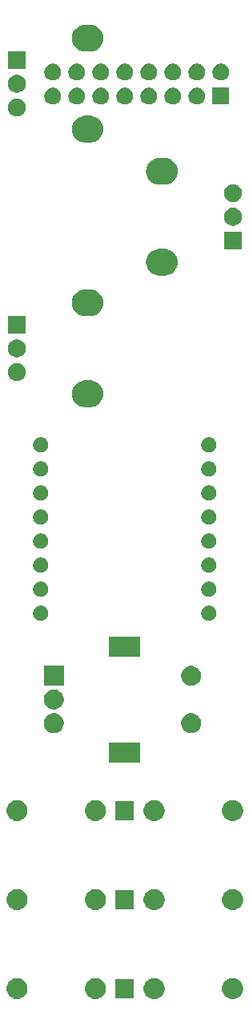
<source format=gbr>
G04 #@! TF.GenerationSoftware,KiCad,Pcbnew,(5.1.5)-3*
G04 #@! TF.CreationDate,2020-03-27T15:51:16+00:00*
G04 #@! TF.ProjectId,wagyu,77616779-752e-46b6-9963-61645f706362,rev?*
G04 #@! TF.SameCoordinates,Original*
G04 #@! TF.FileFunction,Soldermask,Top*
G04 #@! TF.FilePolarity,Negative*
%FSLAX46Y46*%
G04 Gerber Fmt 4.6, Leading zero omitted, Abs format (unit mm)*
G04 Created by KiCad (PCBNEW (5.1.5)-3) date 2020-03-27 15:51:16*
%MOMM*%
%LPD*%
G04 APERTURE LIST*
%ADD10C,0.100000*%
G04 APERTURE END LIST*
D10*
G36*
X49753655Y-126166591D02*
G01*
X49825525Y-126180887D01*
X50028624Y-126265013D01*
X50211409Y-126387146D01*
X50366854Y-126542591D01*
X50488987Y-126725376D01*
X50573113Y-126928475D01*
X50616000Y-127144084D01*
X50616000Y-127363916D01*
X50573113Y-127579525D01*
X50488987Y-127782624D01*
X50366854Y-127965409D01*
X50211409Y-128120854D01*
X50028624Y-128242987D01*
X49825525Y-128327113D01*
X49753655Y-128341409D01*
X49609918Y-128370000D01*
X49390082Y-128370000D01*
X49246345Y-128341409D01*
X49174475Y-128327113D01*
X48971376Y-128242987D01*
X48788591Y-128120854D01*
X48633146Y-127965409D01*
X48511013Y-127782624D01*
X48426887Y-127579525D01*
X48384000Y-127363916D01*
X48384000Y-127144084D01*
X48426887Y-126928475D01*
X48511013Y-126725376D01*
X48633146Y-126542591D01*
X48788591Y-126387146D01*
X48971376Y-126265013D01*
X49174475Y-126180887D01*
X49246345Y-126166591D01*
X49390082Y-126138000D01*
X49609918Y-126138000D01*
X49753655Y-126166591D01*
G37*
G36*
X41453655Y-126166591D02*
G01*
X41525525Y-126180887D01*
X41728624Y-126265013D01*
X41911409Y-126387146D01*
X42066854Y-126542591D01*
X42188987Y-126725376D01*
X42273113Y-126928475D01*
X42316000Y-127144084D01*
X42316000Y-127363916D01*
X42273113Y-127579525D01*
X42188987Y-127782624D01*
X42066854Y-127965409D01*
X41911409Y-128120854D01*
X41728624Y-128242987D01*
X41525525Y-128327113D01*
X41453655Y-128341409D01*
X41309918Y-128370000D01*
X41090082Y-128370000D01*
X40946345Y-128341409D01*
X40874475Y-128327113D01*
X40671376Y-128242987D01*
X40488591Y-128120854D01*
X40333146Y-127965409D01*
X40211013Y-127782624D01*
X40126887Y-127579525D01*
X40084000Y-127363916D01*
X40084000Y-127144084D01*
X40126887Y-126928475D01*
X40211013Y-126725376D01*
X40333146Y-126542591D01*
X40488591Y-126387146D01*
X40671376Y-126265013D01*
X40874475Y-126180887D01*
X40946345Y-126166591D01*
X41090082Y-126138000D01*
X41309918Y-126138000D01*
X41453655Y-126166591D01*
G37*
G36*
X35253655Y-126166591D02*
G01*
X35325525Y-126180887D01*
X35528624Y-126265013D01*
X35711409Y-126387146D01*
X35866854Y-126542591D01*
X35988987Y-126725376D01*
X36073113Y-126928475D01*
X36116000Y-127144084D01*
X36116000Y-127363916D01*
X36073113Y-127579525D01*
X35988987Y-127782624D01*
X35866854Y-127965409D01*
X35711409Y-128120854D01*
X35528624Y-128242987D01*
X35325525Y-128327113D01*
X35253655Y-128341409D01*
X35109918Y-128370000D01*
X34890082Y-128370000D01*
X34746345Y-128341409D01*
X34674475Y-128327113D01*
X34471376Y-128242987D01*
X34288591Y-128120854D01*
X34133146Y-127965409D01*
X34011013Y-127782624D01*
X33926887Y-127579525D01*
X33884000Y-127363916D01*
X33884000Y-127144084D01*
X33926887Y-126928475D01*
X34011013Y-126725376D01*
X34133146Y-126542591D01*
X34288591Y-126387146D01*
X34471376Y-126265013D01*
X34674475Y-126180887D01*
X34746345Y-126166591D01*
X34890082Y-126138000D01*
X35109918Y-126138000D01*
X35253655Y-126166591D01*
G37*
G36*
X26953655Y-126166591D02*
G01*
X27025525Y-126180887D01*
X27228624Y-126265013D01*
X27411409Y-126387146D01*
X27566854Y-126542591D01*
X27688987Y-126725376D01*
X27773113Y-126928475D01*
X27816000Y-127144084D01*
X27816000Y-127363916D01*
X27773113Y-127579525D01*
X27688987Y-127782624D01*
X27566854Y-127965409D01*
X27411409Y-128120854D01*
X27228624Y-128242987D01*
X27025525Y-128327113D01*
X26953655Y-128341409D01*
X26809918Y-128370000D01*
X26590082Y-128370000D01*
X26446345Y-128341409D01*
X26374475Y-128327113D01*
X26171376Y-128242987D01*
X25988591Y-128120854D01*
X25833146Y-127965409D01*
X25711013Y-127782624D01*
X25626887Y-127579525D01*
X25584000Y-127363916D01*
X25584000Y-127144084D01*
X25626887Y-126928475D01*
X25711013Y-126725376D01*
X25833146Y-126542591D01*
X25988591Y-126387146D01*
X26171376Y-126265013D01*
X26374475Y-126180887D01*
X26446345Y-126166591D01*
X26590082Y-126138000D01*
X26809918Y-126138000D01*
X26953655Y-126166591D01*
G37*
G36*
X39066000Y-128270000D02*
G01*
X37134000Y-128270000D01*
X37134000Y-126238000D01*
X39066000Y-126238000D01*
X39066000Y-128270000D01*
G37*
G36*
X35253655Y-116768591D02*
G01*
X35325525Y-116782887D01*
X35528624Y-116867013D01*
X35711409Y-116989146D01*
X35866854Y-117144591D01*
X35988987Y-117327376D01*
X36073113Y-117530475D01*
X36116000Y-117746084D01*
X36116000Y-117965916D01*
X36073113Y-118181525D01*
X35988987Y-118384624D01*
X35866854Y-118567409D01*
X35711409Y-118722854D01*
X35528624Y-118844987D01*
X35325525Y-118929113D01*
X35253655Y-118943409D01*
X35109918Y-118972000D01*
X34890082Y-118972000D01*
X34746345Y-118943409D01*
X34674475Y-118929113D01*
X34471376Y-118844987D01*
X34288591Y-118722854D01*
X34133146Y-118567409D01*
X34011013Y-118384624D01*
X33926887Y-118181525D01*
X33884000Y-117965916D01*
X33884000Y-117746084D01*
X33926887Y-117530475D01*
X34011013Y-117327376D01*
X34133146Y-117144591D01*
X34288591Y-116989146D01*
X34471376Y-116867013D01*
X34674475Y-116782887D01*
X34746345Y-116768591D01*
X34890082Y-116740000D01*
X35109918Y-116740000D01*
X35253655Y-116768591D01*
G37*
G36*
X49753655Y-116768591D02*
G01*
X49825525Y-116782887D01*
X50028624Y-116867013D01*
X50211409Y-116989146D01*
X50366854Y-117144591D01*
X50488987Y-117327376D01*
X50573113Y-117530475D01*
X50616000Y-117746084D01*
X50616000Y-117965916D01*
X50573113Y-118181525D01*
X50488987Y-118384624D01*
X50366854Y-118567409D01*
X50211409Y-118722854D01*
X50028624Y-118844987D01*
X49825525Y-118929113D01*
X49753655Y-118943409D01*
X49609918Y-118972000D01*
X49390082Y-118972000D01*
X49246345Y-118943409D01*
X49174475Y-118929113D01*
X48971376Y-118844987D01*
X48788591Y-118722854D01*
X48633146Y-118567409D01*
X48511013Y-118384624D01*
X48426887Y-118181525D01*
X48384000Y-117965916D01*
X48384000Y-117746084D01*
X48426887Y-117530475D01*
X48511013Y-117327376D01*
X48633146Y-117144591D01*
X48788591Y-116989146D01*
X48971376Y-116867013D01*
X49174475Y-116782887D01*
X49246345Y-116768591D01*
X49390082Y-116740000D01*
X49609918Y-116740000D01*
X49753655Y-116768591D01*
G37*
G36*
X41453655Y-116768591D02*
G01*
X41525525Y-116782887D01*
X41728624Y-116867013D01*
X41911409Y-116989146D01*
X42066854Y-117144591D01*
X42188987Y-117327376D01*
X42273113Y-117530475D01*
X42316000Y-117746084D01*
X42316000Y-117965916D01*
X42273113Y-118181525D01*
X42188987Y-118384624D01*
X42066854Y-118567409D01*
X41911409Y-118722854D01*
X41728624Y-118844987D01*
X41525525Y-118929113D01*
X41453655Y-118943409D01*
X41309918Y-118972000D01*
X41090082Y-118972000D01*
X40946345Y-118943409D01*
X40874475Y-118929113D01*
X40671376Y-118844987D01*
X40488591Y-118722854D01*
X40333146Y-118567409D01*
X40211013Y-118384624D01*
X40126887Y-118181525D01*
X40084000Y-117965916D01*
X40084000Y-117746084D01*
X40126887Y-117530475D01*
X40211013Y-117327376D01*
X40333146Y-117144591D01*
X40488591Y-116989146D01*
X40671376Y-116867013D01*
X40874475Y-116782887D01*
X40946345Y-116768591D01*
X41090082Y-116740000D01*
X41309918Y-116740000D01*
X41453655Y-116768591D01*
G37*
G36*
X26953655Y-116768591D02*
G01*
X27025525Y-116782887D01*
X27228624Y-116867013D01*
X27411409Y-116989146D01*
X27566854Y-117144591D01*
X27688987Y-117327376D01*
X27773113Y-117530475D01*
X27816000Y-117746084D01*
X27816000Y-117965916D01*
X27773113Y-118181525D01*
X27688987Y-118384624D01*
X27566854Y-118567409D01*
X27411409Y-118722854D01*
X27228624Y-118844987D01*
X27025525Y-118929113D01*
X26953655Y-118943409D01*
X26809918Y-118972000D01*
X26590082Y-118972000D01*
X26446345Y-118943409D01*
X26374475Y-118929113D01*
X26171376Y-118844987D01*
X25988591Y-118722854D01*
X25833146Y-118567409D01*
X25711013Y-118384624D01*
X25626887Y-118181525D01*
X25584000Y-117965916D01*
X25584000Y-117746084D01*
X25626887Y-117530475D01*
X25711013Y-117327376D01*
X25833146Y-117144591D01*
X25988591Y-116989146D01*
X26171376Y-116867013D01*
X26374475Y-116782887D01*
X26446345Y-116768591D01*
X26590082Y-116740000D01*
X26809918Y-116740000D01*
X26953655Y-116768591D01*
G37*
G36*
X39066000Y-118872000D02*
G01*
X37134000Y-118872000D01*
X37134000Y-116840000D01*
X39066000Y-116840000D01*
X39066000Y-118872000D01*
G37*
G36*
X49753655Y-107370591D02*
G01*
X49825525Y-107384887D01*
X50028624Y-107469013D01*
X50211409Y-107591146D01*
X50366854Y-107746591D01*
X50488987Y-107929376D01*
X50573113Y-108132475D01*
X50616000Y-108348084D01*
X50616000Y-108567916D01*
X50573113Y-108783525D01*
X50488987Y-108986624D01*
X50366854Y-109169409D01*
X50211409Y-109324854D01*
X50028624Y-109446987D01*
X49825525Y-109531113D01*
X49753655Y-109545409D01*
X49609918Y-109574000D01*
X49390082Y-109574000D01*
X49246345Y-109545409D01*
X49174475Y-109531113D01*
X48971376Y-109446987D01*
X48788591Y-109324854D01*
X48633146Y-109169409D01*
X48511013Y-108986624D01*
X48426887Y-108783525D01*
X48384000Y-108567916D01*
X48384000Y-108348084D01*
X48426887Y-108132475D01*
X48511013Y-107929376D01*
X48633146Y-107746591D01*
X48788591Y-107591146D01*
X48971376Y-107469013D01*
X49174475Y-107384887D01*
X49246345Y-107370591D01*
X49390082Y-107342000D01*
X49609918Y-107342000D01*
X49753655Y-107370591D01*
G37*
G36*
X41453655Y-107370591D02*
G01*
X41525525Y-107384887D01*
X41728624Y-107469013D01*
X41911409Y-107591146D01*
X42066854Y-107746591D01*
X42188987Y-107929376D01*
X42273113Y-108132475D01*
X42316000Y-108348084D01*
X42316000Y-108567916D01*
X42273113Y-108783525D01*
X42188987Y-108986624D01*
X42066854Y-109169409D01*
X41911409Y-109324854D01*
X41728624Y-109446987D01*
X41525525Y-109531113D01*
X41453655Y-109545409D01*
X41309918Y-109574000D01*
X41090082Y-109574000D01*
X40946345Y-109545409D01*
X40874475Y-109531113D01*
X40671376Y-109446987D01*
X40488591Y-109324854D01*
X40333146Y-109169409D01*
X40211013Y-108986624D01*
X40126887Y-108783525D01*
X40084000Y-108567916D01*
X40084000Y-108348084D01*
X40126887Y-108132475D01*
X40211013Y-107929376D01*
X40333146Y-107746591D01*
X40488591Y-107591146D01*
X40671376Y-107469013D01*
X40874475Y-107384887D01*
X40946345Y-107370591D01*
X41090082Y-107342000D01*
X41309918Y-107342000D01*
X41453655Y-107370591D01*
G37*
G36*
X26953655Y-107370591D02*
G01*
X27025525Y-107384887D01*
X27228624Y-107469013D01*
X27411409Y-107591146D01*
X27566854Y-107746591D01*
X27688987Y-107929376D01*
X27773113Y-108132475D01*
X27816000Y-108348084D01*
X27816000Y-108567916D01*
X27773113Y-108783525D01*
X27688987Y-108986624D01*
X27566854Y-109169409D01*
X27411409Y-109324854D01*
X27228624Y-109446987D01*
X27025525Y-109531113D01*
X26953655Y-109545409D01*
X26809918Y-109574000D01*
X26590082Y-109574000D01*
X26446345Y-109545409D01*
X26374475Y-109531113D01*
X26171376Y-109446987D01*
X25988591Y-109324854D01*
X25833146Y-109169409D01*
X25711013Y-108986624D01*
X25626887Y-108783525D01*
X25584000Y-108567916D01*
X25584000Y-108348084D01*
X25626887Y-108132475D01*
X25711013Y-107929376D01*
X25833146Y-107746591D01*
X25988591Y-107591146D01*
X26171376Y-107469013D01*
X26374475Y-107384887D01*
X26446345Y-107370591D01*
X26590082Y-107342000D01*
X26809918Y-107342000D01*
X26953655Y-107370591D01*
G37*
G36*
X35253655Y-107370591D02*
G01*
X35325525Y-107384887D01*
X35528624Y-107469013D01*
X35711409Y-107591146D01*
X35866854Y-107746591D01*
X35988987Y-107929376D01*
X36073113Y-108132475D01*
X36116000Y-108348084D01*
X36116000Y-108567916D01*
X36073113Y-108783525D01*
X35988987Y-108986624D01*
X35866854Y-109169409D01*
X35711409Y-109324854D01*
X35528624Y-109446987D01*
X35325525Y-109531113D01*
X35253655Y-109545409D01*
X35109918Y-109574000D01*
X34890082Y-109574000D01*
X34746345Y-109545409D01*
X34674475Y-109531113D01*
X34471376Y-109446987D01*
X34288591Y-109324854D01*
X34133146Y-109169409D01*
X34011013Y-108986624D01*
X33926887Y-108783525D01*
X33884000Y-108567916D01*
X33884000Y-108348084D01*
X33926887Y-108132475D01*
X34011013Y-107929376D01*
X34133146Y-107746591D01*
X34288591Y-107591146D01*
X34471376Y-107469013D01*
X34674475Y-107384887D01*
X34746345Y-107370591D01*
X34890082Y-107342000D01*
X35109918Y-107342000D01*
X35253655Y-107370591D01*
G37*
G36*
X39066000Y-109474000D02*
G01*
X37134000Y-109474000D01*
X37134000Y-107442000D01*
X39066000Y-107442000D01*
X39066000Y-109474000D01*
G37*
G36*
X39758000Y-103385000D02*
G01*
X36456000Y-103385000D01*
X36456000Y-101283000D01*
X39758000Y-101283000D01*
X39758000Y-103385000D01*
G37*
G36*
X45413564Y-98223389D02*
G01*
X45604833Y-98302615D01*
X45604835Y-98302616D01*
X45776973Y-98417635D01*
X45923365Y-98564027D01*
X46038385Y-98736167D01*
X46117611Y-98927436D01*
X46158000Y-99130484D01*
X46158000Y-99337516D01*
X46117611Y-99540564D01*
X46038385Y-99731833D01*
X46038384Y-99731835D01*
X45923365Y-99903973D01*
X45776973Y-100050365D01*
X45604835Y-100165384D01*
X45604834Y-100165385D01*
X45604833Y-100165385D01*
X45413564Y-100244611D01*
X45210516Y-100285000D01*
X45003484Y-100285000D01*
X44800436Y-100244611D01*
X44609167Y-100165385D01*
X44609166Y-100165385D01*
X44609165Y-100165384D01*
X44437027Y-100050365D01*
X44290635Y-99903973D01*
X44175616Y-99731835D01*
X44175615Y-99731833D01*
X44096389Y-99540564D01*
X44056000Y-99337516D01*
X44056000Y-99130484D01*
X44096389Y-98927436D01*
X44175615Y-98736167D01*
X44290635Y-98564027D01*
X44437027Y-98417635D01*
X44609165Y-98302616D01*
X44609167Y-98302615D01*
X44800436Y-98223389D01*
X45003484Y-98183000D01*
X45210516Y-98183000D01*
X45413564Y-98223389D01*
G37*
G36*
X30913564Y-98223389D02*
G01*
X31104833Y-98302615D01*
X31104835Y-98302616D01*
X31276973Y-98417635D01*
X31423365Y-98564027D01*
X31538385Y-98736167D01*
X31617611Y-98927436D01*
X31658000Y-99130484D01*
X31658000Y-99337516D01*
X31617611Y-99540564D01*
X31538385Y-99731833D01*
X31538384Y-99731835D01*
X31423365Y-99903973D01*
X31276973Y-100050365D01*
X31104835Y-100165384D01*
X31104834Y-100165385D01*
X31104833Y-100165385D01*
X30913564Y-100244611D01*
X30710516Y-100285000D01*
X30503484Y-100285000D01*
X30300436Y-100244611D01*
X30109167Y-100165385D01*
X30109166Y-100165385D01*
X30109165Y-100165384D01*
X29937027Y-100050365D01*
X29790635Y-99903973D01*
X29675616Y-99731835D01*
X29675615Y-99731833D01*
X29596389Y-99540564D01*
X29556000Y-99337516D01*
X29556000Y-99130484D01*
X29596389Y-98927436D01*
X29675615Y-98736167D01*
X29790635Y-98564027D01*
X29937027Y-98417635D01*
X30109165Y-98302616D01*
X30109167Y-98302615D01*
X30300436Y-98223389D01*
X30503484Y-98183000D01*
X30710516Y-98183000D01*
X30913564Y-98223389D01*
G37*
G36*
X30913564Y-95723389D02*
G01*
X31104833Y-95802615D01*
X31104835Y-95802616D01*
X31276973Y-95917635D01*
X31423365Y-96064027D01*
X31538385Y-96236167D01*
X31617611Y-96427436D01*
X31658000Y-96630484D01*
X31658000Y-96837516D01*
X31617611Y-97040564D01*
X31538385Y-97231833D01*
X31538384Y-97231835D01*
X31423365Y-97403973D01*
X31276973Y-97550365D01*
X31104835Y-97665384D01*
X31104834Y-97665385D01*
X31104833Y-97665385D01*
X30913564Y-97744611D01*
X30710516Y-97785000D01*
X30503484Y-97785000D01*
X30300436Y-97744611D01*
X30109167Y-97665385D01*
X30109166Y-97665385D01*
X30109165Y-97665384D01*
X29937027Y-97550365D01*
X29790635Y-97403973D01*
X29675616Y-97231835D01*
X29675615Y-97231833D01*
X29596389Y-97040564D01*
X29556000Y-96837516D01*
X29556000Y-96630484D01*
X29596389Y-96427436D01*
X29675615Y-96236167D01*
X29790635Y-96064027D01*
X29937027Y-95917635D01*
X30109165Y-95802616D01*
X30109167Y-95802615D01*
X30300436Y-95723389D01*
X30503484Y-95683000D01*
X30710516Y-95683000D01*
X30913564Y-95723389D01*
G37*
G36*
X31658000Y-95285000D02*
G01*
X29556000Y-95285000D01*
X29556000Y-93183000D01*
X31658000Y-93183000D01*
X31658000Y-95285000D01*
G37*
G36*
X45413564Y-93223389D02*
G01*
X45604833Y-93302615D01*
X45604835Y-93302616D01*
X45776973Y-93417635D01*
X45923365Y-93564027D01*
X46038385Y-93736167D01*
X46117611Y-93927436D01*
X46158000Y-94130484D01*
X46158000Y-94337516D01*
X46117611Y-94540564D01*
X46038385Y-94731833D01*
X46038384Y-94731835D01*
X45923365Y-94903973D01*
X45776973Y-95050365D01*
X45604835Y-95165384D01*
X45604834Y-95165385D01*
X45604833Y-95165385D01*
X45413564Y-95244611D01*
X45210516Y-95285000D01*
X45003484Y-95285000D01*
X44800436Y-95244611D01*
X44609167Y-95165385D01*
X44609166Y-95165385D01*
X44609165Y-95165384D01*
X44437027Y-95050365D01*
X44290635Y-94903973D01*
X44175616Y-94731835D01*
X44175615Y-94731833D01*
X44096389Y-94540564D01*
X44056000Y-94337516D01*
X44056000Y-94130484D01*
X44096389Y-93927436D01*
X44175615Y-93736167D01*
X44290635Y-93564027D01*
X44437027Y-93417635D01*
X44609165Y-93302616D01*
X44609167Y-93302615D01*
X44800436Y-93223389D01*
X45003484Y-93183000D01*
X45210516Y-93183000D01*
X45413564Y-93223389D01*
G37*
G36*
X39758000Y-92185000D02*
G01*
X36456000Y-92185000D01*
X36456000Y-90083000D01*
X39758000Y-90083000D01*
X39758000Y-92185000D01*
G37*
G36*
X47227142Y-86848242D02*
G01*
X47375101Y-86909529D01*
X47508255Y-86998499D01*
X47621501Y-87111745D01*
X47710471Y-87244899D01*
X47771758Y-87392858D01*
X47803000Y-87549925D01*
X47803000Y-87710075D01*
X47771758Y-87867142D01*
X47710471Y-88015101D01*
X47621501Y-88148255D01*
X47508255Y-88261501D01*
X47375101Y-88350471D01*
X47227142Y-88411758D01*
X47070075Y-88443000D01*
X46909925Y-88443000D01*
X46752858Y-88411758D01*
X46604899Y-88350471D01*
X46471745Y-88261501D01*
X46358499Y-88148255D01*
X46269529Y-88015101D01*
X46208242Y-87867142D01*
X46177000Y-87710075D01*
X46177000Y-87549925D01*
X46208242Y-87392858D01*
X46269529Y-87244899D01*
X46358499Y-87111745D01*
X46471745Y-86998499D01*
X46604899Y-86909529D01*
X46752858Y-86848242D01*
X46909925Y-86817000D01*
X47070075Y-86817000D01*
X47227142Y-86848242D01*
G37*
G36*
X29447142Y-86848242D02*
G01*
X29595101Y-86909529D01*
X29728255Y-86998499D01*
X29841501Y-87111745D01*
X29930471Y-87244899D01*
X29991758Y-87392858D01*
X30023000Y-87549925D01*
X30023000Y-87710075D01*
X29991758Y-87867142D01*
X29930471Y-88015101D01*
X29841501Y-88148255D01*
X29728255Y-88261501D01*
X29595101Y-88350471D01*
X29447142Y-88411758D01*
X29290075Y-88443000D01*
X29129925Y-88443000D01*
X28972858Y-88411758D01*
X28824899Y-88350471D01*
X28691745Y-88261501D01*
X28578499Y-88148255D01*
X28489529Y-88015101D01*
X28428242Y-87867142D01*
X28397000Y-87710075D01*
X28397000Y-87549925D01*
X28428242Y-87392858D01*
X28489529Y-87244899D01*
X28578499Y-87111745D01*
X28691745Y-86998499D01*
X28824899Y-86909529D01*
X28972858Y-86848242D01*
X29129925Y-86817000D01*
X29290075Y-86817000D01*
X29447142Y-86848242D01*
G37*
G36*
X47227142Y-84308242D02*
G01*
X47375101Y-84369529D01*
X47508255Y-84458499D01*
X47621501Y-84571745D01*
X47710471Y-84704899D01*
X47771758Y-84852858D01*
X47803000Y-85009925D01*
X47803000Y-85170075D01*
X47771758Y-85327142D01*
X47710471Y-85475101D01*
X47621501Y-85608255D01*
X47508255Y-85721501D01*
X47375101Y-85810471D01*
X47227142Y-85871758D01*
X47070075Y-85903000D01*
X46909925Y-85903000D01*
X46752858Y-85871758D01*
X46604899Y-85810471D01*
X46471745Y-85721501D01*
X46358499Y-85608255D01*
X46269529Y-85475101D01*
X46208242Y-85327142D01*
X46177000Y-85170075D01*
X46177000Y-85009925D01*
X46208242Y-84852858D01*
X46269529Y-84704899D01*
X46358499Y-84571745D01*
X46471745Y-84458499D01*
X46604899Y-84369529D01*
X46752858Y-84308242D01*
X46909925Y-84277000D01*
X47070075Y-84277000D01*
X47227142Y-84308242D01*
G37*
G36*
X29447142Y-84308242D02*
G01*
X29595101Y-84369529D01*
X29728255Y-84458499D01*
X29841501Y-84571745D01*
X29930471Y-84704899D01*
X29991758Y-84852858D01*
X30023000Y-85009925D01*
X30023000Y-85170075D01*
X29991758Y-85327142D01*
X29930471Y-85475101D01*
X29841501Y-85608255D01*
X29728255Y-85721501D01*
X29595101Y-85810471D01*
X29447142Y-85871758D01*
X29290075Y-85903000D01*
X29129925Y-85903000D01*
X28972858Y-85871758D01*
X28824899Y-85810471D01*
X28691745Y-85721501D01*
X28578499Y-85608255D01*
X28489529Y-85475101D01*
X28428242Y-85327142D01*
X28397000Y-85170075D01*
X28397000Y-85009925D01*
X28428242Y-84852858D01*
X28489529Y-84704899D01*
X28578499Y-84571745D01*
X28691745Y-84458499D01*
X28824899Y-84369529D01*
X28972858Y-84308242D01*
X29129925Y-84277000D01*
X29290075Y-84277000D01*
X29447142Y-84308242D01*
G37*
G36*
X29447142Y-81768242D02*
G01*
X29595101Y-81829529D01*
X29728255Y-81918499D01*
X29841501Y-82031745D01*
X29930471Y-82164899D01*
X29991758Y-82312858D01*
X30023000Y-82469925D01*
X30023000Y-82630075D01*
X29991758Y-82787142D01*
X29930471Y-82935101D01*
X29841501Y-83068255D01*
X29728255Y-83181501D01*
X29595101Y-83270471D01*
X29447142Y-83331758D01*
X29290075Y-83363000D01*
X29129925Y-83363000D01*
X28972858Y-83331758D01*
X28824899Y-83270471D01*
X28691745Y-83181501D01*
X28578499Y-83068255D01*
X28489529Y-82935101D01*
X28428242Y-82787142D01*
X28397000Y-82630075D01*
X28397000Y-82469925D01*
X28428242Y-82312858D01*
X28489529Y-82164899D01*
X28578499Y-82031745D01*
X28691745Y-81918499D01*
X28824899Y-81829529D01*
X28972858Y-81768242D01*
X29129925Y-81737000D01*
X29290075Y-81737000D01*
X29447142Y-81768242D01*
G37*
G36*
X47227142Y-81768242D02*
G01*
X47375101Y-81829529D01*
X47508255Y-81918499D01*
X47621501Y-82031745D01*
X47710471Y-82164899D01*
X47771758Y-82312858D01*
X47803000Y-82469925D01*
X47803000Y-82630075D01*
X47771758Y-82787142D01*
X47710471Y-82935101D01*
X47621501Y-83068255D01*
X47508255Y-83181501D01*
X47375101Y-83270471D01*
X47227142Y-83331758D01*
X47070075Y-83363000D01*
X46909925Y-83363000D01*
X46752858Y-83331758D01*
X46604899Y-83270471D01*
X46471745Y-83181501D01*
X46358499Y-83068255D01*
X46269529Y-82935101D01*
X46208242Y-82787142D01*
X46177000Y-82630075D01*
X46177000Y-82469925D01*
X46208242Y-82312858D01*
X46269529Y-82164899D01*
X46358499Y-82031745D01*
X46471745Y-81918499D01*
X46604899Y-81829529D01*
X46752858Y-81768242D01*
X46909925Y-81737000D01*
X47070075Y-81737000D01*
X47227142Y-81768242D01*
G37*
G36*
X47227142Y-79228242D02*
G01*
X47375101Y-79289529D01*
X47508255Y-79378499D01*
X47621501Y-79491745D01*
X47710471Y-79624899D01*
X47771758Y-79772858D01*
X47803000Y-79929925D01*
X47803000Y-80090075D01*
X47771758Y-80247142D01*
X47710471Y-80395101D01*
X47621501Y-80528255D01*
X47508255Y-80641501D01*
X47375101Y-80730471D01*
X47227142Y-80791758D01*
X47070075Y-80823000D01*
X46909925Y-80823000D01*
X46752858Y-80791758D01*
X46604899Y-80730471D01*
X46471745Y-80641501D01*
X46358499Y-80528255D01*
X46269529Y-80395101D01*
X46208242Y-80247142D01*
X46177000Y-80090075D01*
X46177000Y-79929925D01*
X46208242Y-79772858D01*
X46269529Y-79624899D01*
X46358499Y-79491745D01*
X46471745Y-79378499D01*
X46604899Y-79289529D01*
X46752858Y-79228242D01*
X46909925Y-79197000D01*
X47070075Y-79197000D01*
X47227142Y-79228242D01*
G37*
G36*
X29447142Y-79228242D02*
G01*
X29595101Y-79289529D01*
X29728255Y-79378499D01*
X29841501Y-79491745D01*
X29930471Y-79624899D01*
X29991758Y-79772858D01*
X30023000Y-79929925D01*
X30023000Y-80090075D01*
X29991758Y-80247142D01*
X29930471Y-80395101D01*
X29841501Y-80528255D01*
X29728255Y-80641501D01*
X29595101Y-80730471D01*
X29447142Y-80791758D01*
X29290075Y-80823000D01*
X29129925Y-80823000D01*
X28972858Y-80791758D01*
X28824899Y-80730471D01*
X28691745Y-80641501D01*
X28578499Y-80528255D01*
X28489529Y-80395101D01*
X28428242Y-80247142D01*
X28397000Y-80090075D01*
X28397000Y-79929925D01*
X28428242Y-79772858D01*
X28489529Y-79624899D01*
X28578499Y-79491745D01*
X28691745Y-79378499D01*
X28824899Y-79289529D01*
X28972858Y-79228242D01*
X29129925Y-79197000D01*
X29290075Y-79197000D01*
X29447142Y-79228242D01*
G37*
G36*
X47227142Y-76688242D02*
G01*
X47375101Y-76749529D01*
X47508255Y-76838499D01*
X47621501Y-76951745D01*
X47710471Y-77084899D01*
X47771758Y-77232858D01*
X47803000Y-77389925D01*
X47803000Y-77550075D01*
X47771758Y-77707142D01*
X47710471Y-77855101D01*
X47621501Y-77988255D01*
X47508255Y-78101501D01*
X47375101Y-78190471D01*
X47227142Y-78251758D01*
X47070075Y-78283000D01*
X46909925Y-78283000D01*
X46752858Y-78251758D01*
X46604899Y-78190471D01*
X46471745Y-78101501D01*
X46358499Y-77988255D01*
X46269529Y-77855101D01*
X46208242Y-77707142D01*
X46177000Y-77550075D01*
X46177000Y-77389925D01*
X46208242Y-77232858D01*
X46269529Y-77084899D01*
X46358499Y-76951745D01*
X46471745Y-76838499D01*
X46604899Y-76749529D01*
X46752858Y-76688242D01*
X46909925Y-76657000D01*
X47070075Y-76657000D01*
X47227142Y-76688242D01*
G37*
G36*
X29447142Y-76688242D02*
G01*
X29595101Y-76749529D01*
X29728255Y-76838499D01*
X29841501Y-76951745D01*
X29930471Y-77084899D01*
X29991758Y-77232858D01*
X30023000Y-77389925D01*
X30023000Y-77550075D01*
X29991758Y-77707142D01*
X29930471Y-77855101D01*
X29841501Y-77988255D01*
X29728255Y-78101501D01*
X29595101Y-78190471D01*
X29447142Y-78251758D01*
X29290075Y-78283000D01*
X29129925Y-78283000D01*
X28972858Y-78251758D01*
X28824899Y-78190471D01*
X28691745Y-78101501D01*
X28578499Y-77988255D01*
X28489529Y-77855101D01*
X28428242Y-77707142D01*
X28397000Y-77550075D01*
X28397000Y-77389925D01*
X28428242Y-77232858D01*
X28489529Y-77084899D01*
X28578499Y-76951745D01*
X28691745Y-76838499D01*
X28824899Y-76749529D01*
X28972858Y-76688242D01*
X29129925Y-76657000D01*
X29290075Y-76657000D01*
X29447142Y-76688242D01*
G37*
G36*
X47227142Y-74148242D02*
G01*
X47375101Y-74209529D01*
X47508255Y-74298499D01*
X47621501Y-74411745D01*
X47710471Y-74544899D01*
X47771758Y-74692858D01*
X47803000Y-74849925D01*
X47803000Y-75010075D01*
X47771758Y-75167142D01*
X47710471Y-75315101D01*
X47621501Y-75448255D01*
X47508255Y-75561501D01*
X47375101Y-75650471D01*
X47227142Y-75711758D01*
X47070075Y-75743000D01*
X46909925Y-75743000D01*
X46752858Y-75711758D01*
X46604899Y-75650471D01*
X46471745Y-75561501D01*
X46358499Y-75448255D01*
X46269529Y-75315101D01*
X46208242Y-75167142D01*
X46177000Y-75010075D01*
X46177000Y-74849925D01*
X46208242Y-74692858D01*
X46269529Y-74544899D01*
X46358499Y-74411745D01*
X46471745Y-74298499D01*
X46604899Y-74209529D01*
X46752858Y-74148242D01*
X46909925Y-74117000D01*
X47070075Y-74117000D01*
X47227142Y-74148242D01*
G37*
G36*
X29447142Y-74148242D02*
G01*
X29595101Y-74209529D01*
X29728255Y-74298499D01*
X29841501Y-74411745D01*
X29930471Y-74544899D01*
X29991758Y-74692858D01*
X30023000Y-74849925D01*
X30023000Y-75010075D01*
X29991758Y-75167142D01*
X29930471Y-75315101D01*
X29841501Y-75448255D01*
X29728255Y-75561501D01*
X29595101Y-75650471D01*
X29447142Y-75711758D01*
X29290075Y-75743000D01*
X29129925Y-75743000D01*
X28972858Y-75711758D01*
X28824899Y-75650471D01*
X28691745Y-75561501D01*
X28578499Y-75448255D01*
X28489529Y-75315101D01*
X28428242Y-75167142D01*
X28397000Y-75010075D01*
X28397000Y-74849925D01*
X28428242Y-74692858D01*
X28489529Y-74544899D01*
X28578499Y-74411745D01*
X28691745Y-74298499D01*
X28824899Y-74209529D01*
X28972858Y-74148242D01*
X29129925Y-74117000D01*
X29290075Y-74117000D01*
X29447142Y-74148242D01*
G37*
G36*
X29447142Y-71608242D02*
G01*
X29595101Y-71669529D01*
X29728255Y-71758499D01*
X29841501Y-71871745D01*
X29930471Y-72004899D01*
X29991758Y-72152858D01*
X30023000Y-72309925D01*
X30023000Y-72470075D01*
X29991758Y-72627142D01*
X29930471Y-72775101D01*
X29841501Y-72908255D01*
X29728255Y-73021501D01*
X29595101Y-73110471D01*
X29447142Y-73171758D01*
X29290075Y-73203000D01*
X29129925Y-73203000D01*
X28972858Y-73171758D01*
X28824899Y-73110471D01*
X28691745Y-73021501D01*
X28578499Y-72908255D01*
X28489529Y-72775101D01*
X28428242Y-72627142D01*
X28397000Y-72470075D01*
X28397000Y-72309925D01*
X28428242Y-72152858D01*
X28489529Y-72004899D01*
X28578499Y-71871745D01*
X28691745Y-71758499D01*
X28824899Y-71669529D01*
X28972858Y-71608242D01*
X29129925Y-71577000D01*
X29290075Y-71577000D01*
X29447142Y-71608242D01*
G37*
G36*
X47227142Y-71608242D02*
G01*
X47375101Y-71669529D01*
X47508255Y-71758499D01*
X47621501Y-71871745D01*
X47710471Y-72004899D01*
X47771758Y-72152858D01*
X47803000Y-72309925D01*
X47803000Y-72470075D01*
X47771758Y-72627142D01*
X47710471Y-72775101D01*
X47621501Y-72908255D01*
X47508255Y-73021501D01*
X47375101Y-73110471D01*
X47227142Y-73171758D01*
X47070075Y-73203000D01*
X46909925Y-73203000D01*
X46752858Y-73171758D01*
X46604899Y-73110471D01*
X46471745Y-73021501D01*
X46358499Y-72908255D01*
X46269529Y-72775101D01*
X46208242Y-72627142D01*
X46177000Y-72470075D01*
X46177000Y-72309925D01*
X46208242Y-72152858D01*
X46269529Y-72004899D01*
X46358499Y-71871745D01*
X46471745Y-71758499D01*
X46604899Y-71669529D01*
X46752858Y-71608242D01*
X46909925Y-71577000D01*
X47070075Y-71577000D01*
X47227142Y-71608242D01*
G37*
G36*
X29447142Y-69068242D02*
G01*
X29595101Y-69129529D01*
X29728255Y-69218499D01*
X29841501Y-69331745D01*
X29930471Y-69464899D01*
X29991758Y-69612858D01*
X30023000Y-69769925D01*
X30023000Y-69930075D01*
X29991758Y-70087142D01*
X29930471Y-70235101D01*
X29841501Y-70368255D01*
X29728255Y-70481501D01*
X29595101Y-70570471D01*
X29447142Y-70631758D01*
X29290075Y-70663000D01*
X29129925Y-70663000D01*
X28972858Y-70631758D01*
X28824899Y-70570471D01*
X28691745Y-70481501D01*
X28578499Y-70368255D01*
X28489529Y-70235101D01*
X28428242Y-70087142D01*
X28397000Y-69930075D01*
X28397000Y-69769925D01*
X28428242Y-69612858D01*
X28489529Y-69464899D01*
X28578499Y-69331745D01*
X28691745Y-69218499D01*
X28824899Y-69129529D01*
X28972858Y-69068242D01*
X29129925Y-69037000D01*
X29290075Y-69037000D01*
X29447142Y-69068242D01*
G37*
G36*
X47227142Y-69068242D02*
G01*
X47375101Y-69129529D01*
X47508255Y-69218499D01*
X47621501Y-69331745D01*
X47710471Y-69464899D01*
X47771758Y-69612858D01*
X47803000Y-69769925D01*
X47803000Y-69930075D01*
X47771758Y-70087142D01*
X47710471Y-70235101D01*
X47621501Y-70368255D01*
X47508255Y-70481501D01*
X47375101Y-70570471D01*
X47227142Y-70631758D01*
X47070075Y-70663000D01*
X46909925Y-70663000D01*
X46752858Y-70631758D01*
X46604899Y-70570471D01*
X46471745Y-70481501D01*
X46358499Y-70368255D01*
X46269529Y-70235101D01*
X46208242Y-70087142D01*
X46177000Y-69930075D01*
X46177000Y-69769925D01*
X46208242Y-69612858D01*
X46269529Y-69464899D01*
X46358499Y-69331745D01*
X46471745Y-69218499D01*
X46604899Y-69129529D01*
X46752858Y-69068242D01*
X46909925Y-69037000D01*
X47070075Y-69037000D01*
X47227142Y-69068242D01*
G37*
G36*
X34568412Y-63045805D02*
G01*
X34706604Y-63059416D01*
X34972579Y-63140099D01*
X34972581Y-63140100D01*
X35217701Y-63271119D01*
X35432556Y-63447444D01*
X35608880Y-63662298D01*
X35739901Y-63907421D01*
X35820584Y-64173396D01*
X35847827Y-64450000D01*
X35820584Y-64726604D01*
X35739901Y-64992579D01*
X35739900Y-64992581D01*
X35608881Y-65237701D01*
X35432556Y-65452556D01*
X35217701Y-65628881D01*
X34972581Y-65759900D01*
X34972579Y-65759901D01*
X34706604Y-65840584D01*
X34568412Y-65854195D01*
X34499317Y-65861000D01*
X33840683Y-65861000D01*
X33771588Y-65854195D01*
X33633396Y-65840584D01*
X33367421Y-65759901D01*
X33367419Y-65759900D01*
X33122299Y-65628881D01*
X32907444Y-65452556D01*
X32731119Y-65237701D01*
X32600100Y-64992581D01*
X32600099Y-64992579D01*
X32519416Y-64726604D01*
X32492173Y-64450000D01*
X32519416Y-64173396D01*
X32600099Y-63907421D01*
X32731120Y-63662298D01*
X32907444Y-63447444D01*
X33122299Y-63271119D01*
X33367419Y-63140100D01*
X33367421Y-63140099D01*
X33633396Y-63059416D01*
X33771588Y-63045805D01*
X33840683Y-63039000D01*
X34499317Y-63039000D01*
X34568412Y-63045805D01*
G37*
G36*
X26947395Y-61235546D02*
G01*
X27120466Y-61307234D01*
X27120467Y-61307235D01*
X27276227Y-61411310D01*
X27408690Y-61543773D01*
X27408691Y-61543775D01*
X27512766Y-61699534D01*
X27584454Y-61872605D01*
X27621000Y-62056333D01*
X27621000Y-62243667D01*
X27584454Y-62427395D01*
X27512766Y-62600466D01*
X27512765Y-62600467D01*
X27408690Y-62756227D01*
X27276227Y-62888690D01*
X27197818Y-62941081D01*
X27120466Y-62992766D01*
X26947395Y-63064454D01*
X26763667Y-63101000D01*
X26576333Y-63101000D01*
X26392605Y-63064454D01*
X26219534Y-62992766D01*
X26142182Y-62941081D01*
X26063773Y-62888690D01*
X25931310Y-62756227D01*
X25827235Y-62600467D01*
X25827234Y-62600466D01*
X25755546Y-62427395D01*
X25719000Y-62243667D01*
X25719000Y-62056333D01*
X25755546Y-61872605D01*
X25827234Y-61699534D01*
X25931309Y-61543775D01*
X25931310Y-61543773D01*
X26063773Y-61411310D01*
X26219533Y-61307235D01*
X26219534Y-61307234D01*
X26392605Y-61235546D01*
X26576333Y-61199000D01*
X26763667Y-61199000D01*
X26947395Y-61235546D01*
G37*
G36*
X26947395Y-58735546D02*
G01*
X27120466Y-58807234D01*
X27120467Y-58807235D01*
X27276227Y-58911310D01*
X27408690Y-59043773D01*
X27408691Y-59043775D01*
X27512766Y-59199534D01*
X27584454Y-59372605D01*
X27621000Y-59556333D01*
X27621000Y-59743667D01*
X27584454Y-59927395D01*
X27512766Y-60100466D01*
X27512765Y-60100467D01*
X27408690Y-60256227D01*
X27276227Y-60388690D01*
X27197818Y-60441081D01*
X27120466Y-60492766D01*
X26947395Y-60564454D01*
X26763667Y-60601000D01*
X26576333Y-60601000D01*
X26392605Y-60564454D01*
X26219534Y-60492766D01*
X26142182Y-60441081D01*
X26063773Y-60388690D01*
X25931310Y-60256227D01*
X25827235Y-60100467D01*
X25827234Y-60100466D01*
X25755546Y-59927395D01*
X25719000Y-59743667D01*
X25719000Y-59556333D01*
X25755546Y-59372605D01*
X25827234Y-59199534D01*
X25931309Y-59043775D01*
X25931310Y-59043773D01*
X26063773Y-58911310D01*
X26219533Y-58807235D01*
X26219534Y-58807234D01*
X26392605Y-58735546D01*
X26576333Y-58699000D01*
X26763667Y-58699000D01*
X26947395Y-58735546D01*
G37*
G36*
X27621000Y-58101000D02*
G01*
X25719000Y-58101000D01*
X25719000Y-56199000D01*
X27621000Y-56199000D01*
X27621000Y-58101000D01*
G37*
G36*
X34568412Y-53445805D02*
G01*
X34706604Y-53459416D01*
X34972579Y-53540099D01*
X34972581Y-53540100D01*
X35217701Y-53671119D01*
X35432556Y-53847444D01*
X35608880Y-54062298D01*
X35739901Y-54307421D01*
X35820584Y-54573396D01*
X35847827Y-54850000D01*
X35820584Y-55126604D01*
X35739901Y-55392579D01*
X35739900Y-55392581D01*
X35608881Y-55637701D01*
X35432556Y-55852556D01*
X35217701Y-56028881D01*
X34972581Y-56159900D01*
X34972579Y-56159901D01*
X34706604Y-56240584D01*
X34568412Y-56254195D01*
X34499317Y-56261000D01*
X33840683Y-56261000D01*
X33771588Y-56254195D01*
X33633396Y-56240584D01*
X33367421Y-56159901D01*
X33367419Y-56159900D01*
X33122299Y-56028881D01*
X32907444Y-55852556D01*
X32731119Y-55637701D01*
X32600100Y-55392581D01*
X32600099Y-55392579D01*
X32519416Y-55126604D01*
X32492173Y-54850000D01*
X32519416Y-54573396D01*
X32600099Y-54307421D01*
X32731120Y-54062298D01*
X32907444Y-53847444D01*
X33122299Y-53671119D01*
X33367419Y-53540100D01*
X33367421Y-53540099D01*
X33633396Y-53459416D01*
X33771588Y-53445805D01*
X33840683Y-53439000D01*
X34499317Y-53439000D01*
X34568412Y-53445805D01*
G37*
G36*
X42428412Y-49155805D02*
G01*
X42566604Y-49169416D01*
X42832579Y-49250099D01*
X42832581Y-49250100D01*
X43077701Y-49381119D01*
X43292556Y-49557444D01*
X43468880Y-49772298D01*
X43599901Y-50017421D01*
X43680584Y-50283396D01*
X43707827Y-50560000D01*
X43680584Y-50836604D01*
X43599901Y-51102579D01*
X43599900Y-51102581D01*
X43468881Y-51347701D01*
X43292556Y-51562556D01*
X43077701Y-51738881D01*
X42832581Y-51869900D01*
X42832579Y-51869901D01*
X42566604Y-51950584D01*
X42428412Y-51964195D01*
X42359317Y-51971000D01*
X41700683Y-51971000D01*
X41631588Y-51964195D01*
X41493396Y-51950584D01*
X41227421Y-51869901D01*
X41227419Y-51869900D01*
X40982299Y-51738881D01*
X40767444Y-51562556D01*
X40591119Y-51347701D01*
X40460100Y-51102581D01*
X40460099Y-51102579D01*
X40379416Y-50836604D01*
X40352173Y-50560000D01*
X40379416Y-50283396D01*
X40460099Y-50017421D01*
X40591120Y-49772298D01*
X40767444Y-49557444D01*
X40982299Y-49381119D01*
X41227419Y-49250100D01*
X41227421Y-49250099D01*
X41493396Y-49169416D01*
X41631588Y-49155805D01*
X41700683Y-49149000D01*
X42359317Y-49149000D01*
X42428412Y-49155805D01*
G37*
G36*
X50481000Y-49211000D02*
G01*
X48579000Y-49211000D01*
X48579000Y-47309000D01*
X50481000Y-47309000D01*
X50481000Y-49211000D01*
G37*
G36*
X49807395Y-44845546D02*
G01*
X49980466Y-44917234D01*
X49980467Y-44917235D01*
X50136227Y-45021310D01*
X50268690Y-45153773D01*
X50268691Y-45153775D01*
X50372766Y-45309534D01*
X50444454Y-45482605D01*
X50481000Y-45666333D01*
X50481000Y-45853667D01*
X50444454Y-46037395D01*
X50372766Y-46210466D01*
X50372765Y-46210467D01*
X50268690Y-46366227D01*
X50136227Y-46498690D01*
X50057818Y-46551081D01*
X49980466Y-46602766D01*
X49807395Y-46674454D01*
X49623667Y-46711000D01*
X49436333Y-46711000D01*
X49252605Y-46674454D01*
X49079534Y-46602766D01*
X49002182Y-46551081D01*
X48923773Y-46498690D01*
X48791310Y-46366227D01*
X48687235Y-46210467D01*
X48687234Y-46210466D01*
X48615546Y-46037395D01*
X48579000Y-45853667D01*
X48579000Y-45666333D01*
X48615546Y-45482605D01*
X48687234Y-45309534D01*
X48791309Y-45153775D01*
X48791310Y-45153773D01*
X48923773Y-45021310D01*
X49079533Y-44917235D01*
X49079534Y-44917234D01*
X49252605Y-44845546D01*
X49436333Y-44809000D01*
X49623667Y-44809000D01*
X49807395Y-44845546D01*
G37*
G36*
X49807395Y-42345546D02*
G01*
X49980466Y-42417234D01*
X49980467Y-42417235D01*
X50136227Y-42521310D01*
X50268690Y-42653773D01*
X50268691Y-42653775D01*
X50372766Y-42809534D01*
X50444454Y-42982605D01*
X50481000Y-43166333D01*
X50481000Y-43353667D01*
X50444454Y-43537395D01*
X50372766Y-43710466D01*
X50372765Y-43710467D01*
X50268690Y-43866227D01*
X50136227Y-43998690D01*
X50057818Y-44051081D01*
X49980466Y-44102766D01*
X49807395Y-44174454D01*
X49623667Y-44211000D01*
X49436333Y-44211000D01*
X49252605Y-44174454D01*
X49079534Y-44102766D01*
X49002182Y-44051081D01*
X48923773Y-43998690D01*
X48791310Y-43866227D01*
X48687235Y-43710467D01*
X48687234Y-43710466D01*
X48615546Y-43537395D01*
X48579000Y-43353667D01*
X48579000Y-43166333D01*
X48615546Y-42982605D01*
X48687234Y-42809534D01*
X48791309Y-42653775D01*
X48791310Y-42653773D01*
X48923773Y-42521310D01*
X49079533Y-42417235D01*
X49079534Y-42417234D01*
X49252605Y-42345546D01*
X49436333Y-42309000D01*
X49623667Y-42309000D01*
X49807395Y-42345546D01*
G37*
G36*
X42428412Y-39555805D02*
G01*
X42566604Y-39569416D01*
X42832579Y-39650099D01*
X42832581Y-39650100D01*
X43077701Y-39781119D01*
X43292556Y-39957444D01*
X43468880Y-40172298D01*
X43599901Y-40417421D01*
X43680584Y-40683396D01*
X43707827Y-40960000D01*
X43680584Y-41236604D01*
X43599901Y-41502579D01*
X43599900Y-41502581D01*
X43468881Y-41747701D01*
X43292556Y-41962556D01*
X43077701Y-42138881D01*
X42832581Y-42269900D01*
X42832579Y-42269901D01*
X42566604Y-42350584D01*
X42428412Y-42364195D01*
X42359317Y-42371000D01*
X41700683Y-42371000D01*
X41631588Y-42364195D01*
X41493396Y-42350584D01*
X41227421Y-42269901D01*
X41227419Y-42269900D01*
X40982299Y-42138881D01*
X40767444Y-41962556D01*
X40591119Y-41747701D01*
X40460100Y-41502581D01*
X40460099Y-41502579D01*
X40379416Y-41236604D01*
X40352173Y-40960000D01*
X40379416Y-40683396D01*
X40460099Y-40417421D01*
X40591120Y-40172298D01*
X40767444Y-39957444D01*
X40982299Y-39781119D01*
X41227419Y-39650100D01*
X41227421Y-39650099D01*
X41493396Y-39569416D01*
X41631588Y-39555805D01*
X41700683Y-39549000D01*
X42359317Y-39549000D01*
X42428412Y-39555805D01*
G37*
G36*
X34568412Y-35105805D02*
G01*
X34706604Y-35119416D01*
X34972579Y-35200099D01*
X34972581Y-35200100D01*
X35217701Y-35331119D01*
X35432556Y-35507444D01*
X35608880Y-35722298D01*
X35739901Y-35967421D01*
X35820584Y-36233396D01*
X35847827Y-36510000D01*
X35820584Y-36786604D01*
X35739901Y-37052579D01*
X35739900Y-37052581D01*
X35608881Y-37297701D01*
X35432556Y-37512556D01*
X35217701Y-37688881D01*
X34972581Y-37819900D01*
X34972579Y-37819901D01*
X34706604Y-37900584D01*
X34568412Y-37914195D01*
X34499317Y-37921000D01*
X33840683Y-37921000D01*
X33771588Y-37914195D01*
X33633396Y-37900584D01*
X33367421Y-37819901D01*
X33367419Y-37819900D01*
X33122299Y-37688881D01*
X32907444Y-37512556D01*
X32731119Y-37297701D01*
X32600100Y-37052581D01*
X32600099Y-37052579D01*
X32519416Y-36786604D01*
X32492173Y-36510000D01*
X32519416Y-36233396D01*
X32600099Y-35967421D01*
X32731120Y-35722298D01*
X32907444Y-35507444D01*
X33122299Y-35331119D01*
X33367419Y-35200100D01*
X33367421Y-35200099D01*
X33633396Y-35119416D01*
X33771588Y-35105805D01*
X33840683Y-35099000D01*
X34499317Y-35099000D01*
X34568412Y-35105805D01*
G37*
G36*
X26947395Y-33295546D02*
G01*
X27120466Y-33367234D01*
X27120467Y-33367235D01*
X27276227Y-33471310D01*
X27408690Y-33603773D01*
X27408691Y-33603775D01*
X27512766Y-33759534D01*
X27584454Y-33932605D01*
X27621000Y-34116333D01*
X27621000Y-34303667D01*
X27584454Y-34487395D01*
X27512766Y-34660466D01*
X27512765Y-34660467D01*
X27408690Y-34816227D01*
X27276227Y-34948690D01*
X27197818Y-35001081D01*
X27120466Y-35052766D01*
X26947395Y-35124454D01*
X26763667Y-35161000D01*
X26576333Y-35161000D01*
X26392605Y-35124454D01*
X26219534Y-35052766D01*
X26142182Y-35001081D01*
X26063773Y-34948690D01*
X25931310Y-34816227D01*
X25827235Y-34660467D01*
X25827234Y-34660466D01*
X25755546Y-34487395D01*
X25719000Y-34303667D01*
X25719000Y-34116333D01*
X25755546Y-33932605D01*
X25827234Y-33759534D01*
X25931309Y-33603775D01*
X25931310Y-33603773D01*
X26063773Y-33471310D01*
X26219533Y-33367235D01*
X26219534Y-33367234D01*
X26392605Y-33295546D01*
X26576333Y-33259000D01*
X26763667Y-33259000D01*
X26947395Y-33295546D01*
G37*
G36*
X30593512Y-32123927D02*
G01*
X30742812Y-32153624D01*
X30906784Y-32221544D01*
X31054354Y-32320147D01*
X31179853Y-32445646D01*
X31278456Y-32593216D01*
X31346376Y-32757188D01*
X31381000Y-32931259D01*
X31381000Y-33108741D01*
X31346376Y-33282812D01*
X31278456Y-33446784D01*
X31179853Y-33594354D01*
X31054354Y-33719853D01*
X30906784Y-33818456D01*
X30742812Y-33886376D01*
X30593512Y-33916073D01*
X30568742Y-33921000D01*
X30391258Y-33921000D01*
X30366488Y-33916073D01*
X30217188Y-33886376D01*
X30053216Y-33818456D01*
X29905646Y-33719853D01*
X29780147Y-33594354D01*
X29681544Y-33446784D01*
X29613624Y-33282812D01*
X29579000Y-33108741D01*
X29579000Y-32931259D01*
X29613624Y-32757188D01*
X29681544Y-32593216D01*
X29780147Y-32445646D01*
X29905646Y-32320147D01*
X30053216Y-32221544D01*
X30217188Y-32153624D01*
X30366488Y-32123927D01*
X30391258Y-32119000D01*
X30568742Y-32119000D01*
X30593512Y-32123927D01*
G37*
G36*
X33133512Y-32123927D02*
G01*
X33282812Y-32153624D01*
X33446784Y-32221544D01*
X33594354Y-32320147D01*
X33719853Y-32445646D01*
X33818456Y-32593216D01*
X33886376Y-32757188D01*
X33921000Y-32931259D01*
X33921000Y-33108741D01*
X33886376Y-33282812D01*
X33818456Y-33446784D01*
X33719853Y-33594354D01*
X33594354Y-33719853D01*
X33446784Y-33818456D01*
X33282812Y-33886376D01*
X33133512Y-33916073D01*
X33108742Y-33921000D01*
X32931258Y-33921000D01*
X32906488Y-33916073D01*
X32757188Y-33886376D01*
X32593216Y-33818456D01*
X32445646Y-33719853D01*
X32320147Y-33594354D01*
X32221544Y-33446784D01*
X32153624Y-33282812D01*
X32119000Y-33108741D01*
X32119000Y-32931259D01*
X32153624Y-32757188D01*
X32221544Y-32593216D01*
X32320147Y-32445646D01*
X32445646Y-32320147D01*
X32593216Y-32221544D01*
X32757188Y-32153624D01*
X32906488Y-32123927D01*
X32931258Y-32119000D01*
X33108742Y-32119000D01*
X33133512Y-32123927D01*
G37*
G36*
X45833512Y-32123927D02*
G01*
X45982812Y-32153624D01*
X46146784Y-32221544D01*
X46294354Y-32320147D01*
X46419853Y-32445646D01*
X46518456Y-32593216D01*
X46586376Y-32757188D01*
X46621000Y-32931259D01*
X46621000Y-33108741D01*
X46586376Y-33282812D01*
X46518456Y-33446784D01*
X46419853Y-33594354D01*
X46294354Y-33719853D01*
X46146784Y-33818456D01*
X45982812Y-33886376D01*
X45833512Y-33916073D01*
X45808742Y-33921000D01*
X45631258Y-33921000D01*
X45606488Y-33916073D01*
X45457188Y-33886376D01*
X45293216Y-33818456D01*
X45145646Y-33719853D01*
X45020147Y-33594354D01*
X44921544Y-33446784D01*
X44853624Y-33282812D01*
X44819000Y-33108741D01*
X44819000Y-32931259D01*
X44853624Y-32757188D01*
X44921544Y-32593216D01*
X45020147Y-32445646D01*
X45145646Y-32320147D01*
X45293216Y-32221544D01*
X45457188Y-32153624D01*
X45606488Y-32123927D01*
X45631258Y-32119000D01*
X45808742Y-32119000D01*
X45833512Y-32123927D01*
G37*
G36*
X35673512Y-32123927D02*
G01*
X35822812Y-32153624D01*
X35986784Y-32221544D01*
X36134354Y-32320147D01*
X36259853Y-32445646D01*
X36358456Y-32593216D01*
X36426376Y-32757188D01*
X36461000Y-32931259D01*
X36461000Y-33108741D01*
X36426376Y-33282812D01*
X36358456Y-33446784D01*
X36259853Y-33594354D01*
X36134354Y-33719853D01*
X35986784Y-33818456D01*
X35822812Y-33886376D01*
X35673512Y-33916073D01*
X35648742Y-33921000D01*
X35471258Y-33921000D01*
X35446488Y-33916073D01*
X35297188Y-33886376D01*
X35133216Y-33818456D01*
X34985646Y-33719853D01*
X34860147Y-33594354D01*
X34761544Y-33446784D01*
X34693624Y-33282812D01*
X34659000Y-33108741D01*
X34659000Y-32931259D01*
X34693624Y-32757188D01*
X34761544Y-32593216D01*
X34860147Y-32445646D01*
X34985646Y-32320147D01*
X35133216Y-32221544D01*
X35297188Y-32153624D01*
X35446488Y-32123927D01*
X35471258Y-32119000D01*
X35648742Y-32119000D01*
X35673512Y-32123927D01*
G37*
G36*
X38213512Y-32123927D02*
G01*
X38362812Y-32153624D01*
X38526784Y-32221544D01*
X38674354Y-32320147D01*
X38799853Y-32445646D01*
X38898456Y-32593216D01*
X38966376Y-32757188D01*
X39001000Y-32931259D01*
X39001000Y-33108741D01*
X38966376Y-33282812D01*
X38898456Y-33446784D01*
X38799853Y-33594354D01*
X38674354Y-33719853D01*
X38526784Y-33818456D01*
X38362812Y-33886376D01*
X38213512Y-33916073D01*
X38188742Y-33921000D01*
X38011258Y-33921000D01*
X37986488Y-33916073D01*
X37837188Y-33886376D01*
X37673216Y-33818456D01*
X37525646Y-33719853D01*
X37400147Y-33594354D01*
X37301544Y-33446784D01*
X37233624Y-33282812D01*
X37199000Y-33108741D01*
X37199000Y-32931259D01*
X37233624Y-32757188D01*
X37301544Y-32593216D01*
X37400147Y-32445646D01*
X37525646Y-32320147D01*
X37673216Y-32221544D01*
X37837188Y-32153624D01*
X37986488Y-32123927D01*
X38011258Y-32119000D01*
X38188742Y-32119000D01*
X38213512Y-32123927D01*
G37*
G36*
X40753512Y-32123927D02*
G01*
X40902812Y-32153624D01*
X41066784Y-32221544D01*
X41214354Y-32320147D01*
X41339853Y-32445646D01*
X41438456Y-32593216D01*
X41506376Y-32757188D01*
X41541000Y-32931259D01*
X41541000Y-33108741D01*
X41506376Y-33282812D01*
X41438456Y-33446784D01*
X41339853Y-33594354D01*
X41214354Y-33719853D01*
X41066784Y-33818456D01*
X40902812Y-33886376D01*
X40753512Y-33916073D01*
X40728742Y-33921000D01*
X40551258Y-33921000D01*
X40526488Y-33916073D01*
X40377188Y-33886376D01*
X40213216Y-33818456D01*
X40065646Y-33719853D01*
X39940147Y-33594354D01*
X39841544Y-33446784D01*
X39773624Y-33282812D01*
X39739000Y-33108741D01*
X39739000Y-32931259D01*
X39773624Y-32757188D01*
X39841544Y-32593216D01*
X39940147Y-32445646D01*
X40065646Y-32320147D01*
X40213216Y-32221544D01*
X40377188Y-32153624D01*
X40526488Y-32123927D01*
X40551258Y-32119000D01*
X40728742Y-32119000D01*
X40753512Y-32123927D01*
G37*
G36*
X49161000Y-33921000D02*
G01*
X47359000Y-33921000D01*
X47359000Y-32119000D01*
X49161000Y-32119000D01*
X49161000Y-33921000D01*
G37*
G36*
X43293512Y-32123927D02*
G01*
X43442812Y-32153624D01*
X43606784Y-32221544D01*
X43754354Y-32320147D01*
X43879853Y-32445646D01*
X43978456Y-32593216D01*
X44046376Y-32757188D01*
X44081000Y-32931259D01*
X44081000Y-33108741D01*
X44046376Y-33282812D01*
X43978456Y-33446784D01*
X43879853Y-33594354D01*
X43754354Y-33719853D01*
X43606784Y-33818456D01*
X43442812Y-33886376D01*
X43293512Y-33916073D01*
X43268742Y-33921000D01*
X43091258Y-33921000D01*
X43066488Y-33916073D01*
X42917188Y-33886376D01*
X42753216Y-33818456D01*
X42605646Y-33719853D01*
X42480147Y-33594354D01*
X42381544Y-33446784D01*
X42313624Y-33282812D01*
X42279000Y-33108741D01*
X42279000Y-32931259D01*
X42313624Y-32757188D01*
X42381544Y-32593216D01*
X42480147Y-32445646D01*
X42605646Y-32320147D01*
X42753216Y-32221544D01*
X42917188Y-32153624D01*
X43066488Y-32123927D01*
X43091258Y-32119000D01*
X43268742Y-32119000D01*
X43293512Y-32123927D01*
G37*
G36*
X26947395Y-30795546D02*
G01*
X27120466Y-30867234D01*
X27120467Y-30867235D01*
X27276227Y-30971310D01*
X27408690Y-31103773D01*
X27408691Y-31103775D01*
X27512766Y-31259534D01*
X27584454Y-31432605D01*
X27621000Y-31616333D01*
X27621000Y-31803667D01*
X27584454Y-31987395D01*
X27512766Y-32160466D01*
X27512765Y-32160467D01*
X27408690Y-32316227D01*
X27276227Y-32448690D01*
X27197818Y-32501081D01*
X27120466Y-32552766D01*
X26947395Y-32624454D01*
X26763667Y-32661000D01*
X26576333Y-32661000D01*
X26392605Y-32624454D01*
X26219534Y-32552766D01*
X26142182Y-32501081D01*
X26063773Y-32448690D01*
X25931310Y-32316227D01*
X25827235Y-32160467D01*
X25827234Y-32160466D01*
X25755546Y-31987395D01*
X25719000Y-31803667D01*
X25719000Y-31616333D01*
X25755546Y-31432605D01*
X25827234Y-31259534D01*
X25931309Y-31103775D01*
X25931310Y-31103773D01*
X26063773Y-30971310D01*
X26219533Y-30867235D01*
X26219534Y-30867234D01*
X26392605Y-30795546D01*
X26576333Y-30759000D01*
X26763667Y-30759000D01*
X26947395Y-30795546D01*
G37*
G36*
X48373512Y-29583927D02*
G01*
X48522812Y-29613624D01*
X48686784Y-29681544D01*
X48834354Y-29780147D01*
X48959853Y-29905646D01*
X49058456Y-30053216D01*
X49126376Y-30217188D01*
X49161000Y-30391259D01*
X49161000Y-30568741D01*
X49126376Y-30742812D01*
X49058456Y-30906784D01*
X48959853Y-31054354D01*
X48834354Y-31179853D01*
X48686784Y-31278456D01*
X48522812Y-31346376D01*
X48373512Y-31376073D01*
X48348742Y-31381000D01*
X48171258Y-31381000D01*
X48146488Y-31376073D01*
X47997188Y-31346376D01*
X47833216Y-31278456D01*
X47685646Y-31179853D01*
X47560147Y-31054354D01*
X47461544Y-30906784D01*
X47393624Y-30742812D01*
X47359000Y-30568741D01*
X47359000Y-30391259D01*
X47393624Y-30217188D01*
X47461544Y-30053216D01*
X47560147Y-29905646D01*
X47685646Y-29780147D01*
X47833216Y-29681544D01*
X47997188Y-29613624D01*
X48146488Y-29583927D01*
X48171258Y-29579000D01*
X48348742Y-29579000D01*
X48373512Y-29583927D01*
G37*
G36*
X38213512Y-29583927D02*
G01*
X38362812Y-29613624D01*
X38526784Y-29681544D01*
X38674354Y-29780147D01*
X38799853Y-29905646D01*
X38898456Y-30053216D01*
X38966376Y-30217188D01*
X39001000Y-30391259D01*
X39001000Y-30568741D01*
X38966376Y-30742812D01*
X38898456Y-30906784D01*
X38799853Y-31054354D01*
X38674354Y-31179853D01*
X38526784Y-31278456D01*
X38362812Y-31346376D01*
X38213512Y-31376073D01*
X38188742Y-31381000D01*
X38011258Y-31381000D01*
X37986488Y-31376073D01*
X37837188Y-31346376D01*
X37673216Y-31278456D01*
X37525646Y-31179853D01*
X37400147Y-31054354D01*
X37301544Y-30906784D01*
X37233624Y-30742812D01*
X37199000Y-30568741D01*
X37199000Y-30391259D01*
X37233624Y-30217188D01*
X37301544Y-30053216D01*
X37400147Y-29905646D01*
X37525646Y-29780147D01*
X37673216Y-29681544D01*
X37837188Y-29613624D01*
X37986488Y-29583927D01*
X38011258Y-29579000D01*
X38188742Y-29579000D01*
X38213512Y-29583927D01*
G37*
G36*
X45833512Y-29583927D02*
G01*
X45982812Y-29613624D01*
X46146784Y-29681544D01*
X46294354Y-29780147D01*
X46419853Y-29905646D01*
X46518456Y-30053216D01*
X46586376Y-30217188D01*
X46621000Y-30391259D01*
X46621000Y-30568741D01*
X46586376Y-30742812D01*
X46518456Y-30906784D01*
X46419853Y-31054354D01*
X46294354Y-31179853D01*
X46146784Y-31278456D01*
X45982812Y-31346376D01*
X45833512Y-31376073D01*
X45808742Y-31381000D01*
X45631258Y-31381000D01*
X45606488Y-31376073D01*
X45457188Y-31346376D01*
X45293216Y-31278456D01*
X45145646Y-31179853D01*
X45020147Y-31054354D01*
X44921544Y-30906784D01*
X44853624Y-30742812D01*
X44819000Y-30568741D01*
X44819000Y-30391259D01*
X44853624Y-30217188D01*
X44921544Y-30053216D01*
X45020147Y-29905646D01*
X45145646Y-29780147D01*
X45293216Y-29681544D01*
X45457188Y-29613624D01*
X45606488Y-29583927D01*
X45631258Y-29579000D01*
X45808742Y-29579000D01*
X45833512Y-29583927D01*
G37*
G36*
X43293512Y-29583927D02*
G01*
X43442812Y-29613624D01*
X43606784Y-29681544D01*
X43754354Y-29780147D01*
X43879853Y-29905646D01*
X43978456Y-30053216D01*
X44046376Y-30217188D01*
X44081000Y-30391259D01*
X44081000Y-30568741D01*
X44046376Y-30742812D01*
X43978456Y-30906784D01*
X43879853Y-31054354D01*
X43754354Y-31179853D01*
X43606784Y-31278456D01*
X43442812Y-31346376D01*
X43293512Y-31376073D01*
X43268742Y-31381000D01*
X43091258Y-31381000D01*
X43066488Y-31376073D01*
X42917188Y-31346376D01*
X42753216Y-31278456D01*
X42605646Y-31179853D01*
X42480147Y-31054354D01*
X42381544Y-30906784D01*
X42313624Y-30742812D01*
X42279000Y-30568741D01*
X42279000Y-30391259D01*
X42313624Y-30217188D01*
X42381544Y-30053216D01*
X42480147Y-29905646D01*
X42605646Y-29780147D01*
X42753216Y-29681544D01*
X42917188Y-29613624D01*
X43066488Y-29583927D01*
X43091258Y-29579000D01*
X43268742Y-29579000D01*
X43293512Y-29583927D01*
G37*
G36*
X40753512Y-29583927D02*
G01*
X40902812Y-29613624D01*
X41066784Y-29681544D01*
X41214354Y-29780147D01*
X41339853Y-29905646D01*
X41438456Y-30053216D01*
X41506376Y-30217188D01*
X41541000Y-30391259D01*
X41541000Y-30568741D01*
X41506376Y-30742812D01*
X41438456Y-30906784D01*
X41339853Y-31054354D01*
X41214354Y-31179853D01*
X41066784Y-31278456D01*
X40902812Y-31346376D01*
X40753512Y-31376073D01*
X40728742Y-31381000D01*
X40551258Y-31381000D01*
X40526488Y-31376073D01*
X40377188Y-31346376D01*
X40213216Y-31278456D01*
X40065646Y-31179853D01*
X39940147Y-31054354D01*
X39841544Y-30906784D01*
X39773624Y-30742812D01*
X39739000Y-30568741D01*
X39739000Y-30391259D01*
X39773624Y-30217188D01*
X39841544Y-30053216D01*
X39940147Y-29905646D01*
X40065646Y-29780147D01*
X40213216Y-29681544D01*
X40377188Y-29613624D01*
X40526488Y-29583927D01*
X40551258Y-29579000D01*
X40728742Y-29579000D01*
X40753512Y-29583927D01*
G37*
G36*
X35673512Y-29583927D02*
G01*
X35822812Y-29613624D01*
X35986784Y-29681544D01*
X36134354Y-29780147D01*
X36259853Y-29905646D01*
X36358456Y-30053216D01*
X36426376Y-30217188D01*
X36461000Y-30391259D01*
X36461000Y-30568741D01*
X36426376Y-30742812D01*
X36358456Y-30906784D01*
X36259853Y-31054354D01*
X36134354Y-31179853D01*
X35986784Y-31278456D01*
X35822812Y-31346376D01*
X35673512Y-31376073D01*
X35648742Y-31381000D01*
X35471258Y-31381000D01*
X35446488Y-31376073D01*
X35297188Y-31346376D01*
X35133216Y-31278456D01*
X34985646Y-31179853D01*
X34860147Y-31054354D01*
X34761544Y-30906784D01*
X34693624Y-30742812D01*
X34659000Y-30568741D01*
X34659000Y-30391259D01*
X34693624Y-30217188D01*
X34761544Y-30053216D01*
X34860147Y-29905646D01*
X34985646Y-29780147D01*
X35133216Y-29681544D01*
X35297188Y-29613624D01*
X35446488Y-29583927D01*
X35471258Y-29579000D01*
X35648742Y-29579000D01*
X35673512Y-29583927D01*
G37*
G36*
X33133512Y-29583927D02*
G01*
X33282812Y-29613624D01*
X33446784Y-29681544D01*
X33594354Y-29780147D01*
X33719853Y-29905646D01*
X33818456Y-30053216D01*
X33886376Y-30217188D01*
X33921000Y-30391259D01*
X33921000Y-30568741D01*
X33886376Y-30742812D01*
X33818456Y-30906784D01*
X33719853Y-31054354D01*
X33594354Y-31179853D01*
X33446784Y-31278456D01*
X33282812Y-31346376D01*
X33133512Y-31376073D01*
X33108742Y-31381000D01*
X32931258Y-31381000D01*
X32906488Y-31376073D01*
X32757188Y-31346376D01*
X32593216Y-31278456D01*
X32445646Y-31179853D01*
X32320147Y-31054354D01*
X32221544Y-30906784D01*
X32153624Y-30742812D01*
X32119000Y-30568741D01*
X32119000Y-30391259D01*
X32153624Y-30217188D01*
X32221544Y-30053216D01*
X32320147Y-29905646D01*
X32445646Y-29780147D01*
X32593216Y-29681544D01*
X32757188Y-29613624D01*
X32906488Y-29583927D01*
X32931258Y-29579000D01*
X33108742Y-29579000D01*
X33133512Y-29583927D01*
G37*
G36*
X30593512Y-29583927D02*
G01*
X30742812Y-29613624D01*
X30906784Y-29681544D01*
X31054354Y-29780147D01*
X31179853Y-29905646D01*
X31278456Y-30053216D01*
X31346376Y-30217188D01*
X31381000Y-30391259D01*
X31381000Y-30568741D01*
X31346376Y-30742812D01*
X31278456Y-30906784D01*
X31179853Y-31054354D01*
X31054354Y-31179853D01*
X30906784Y-31278456D01*
X30742812Y-31346376D01*
X30593512Y-31376073D01*
X30568742Y-31381000D01*
X30391258Y-31381000D01*
X30366488Y-31376073D01*
X30217188Y-31346376D01*
X30053216Y-31278456D01*
X29905646Y-31179853D01*
X29780147Y-31054354D01*
X29681544Y-30906784D01*
X29613624Y-30742812D01*
X29579000Y-30568741D01*
X29579000Y-30391259D01*
X29613624Y-30217188D01*
X29681544Y-30053216D01*
X29780147Y-29905646D01*
X29905646Y-29780147D01*
X30053216Y-29681544D01*
X30217188Y-29613624D01*
X30366488Y-29583927D01*
X30391258Y-29579000D01*
X30568742Y-29579000D01*
X30593512Y-29583927D01*
G37*
G36*
X27621000Y-30161000D02*
G01*
X25719000Y-30161000D01*
X25719000Y-28259000D01*
X27621000Y-28259000D01*
X27621000Y-30161000D01*
G37*
G36*
X34568412Y-25505805D02*
G01*
X34706604Y-25519416D01*
X34972579Y-25600099D01*
X34972581Y-25600100D01*
X35217701Y-25731119D01*
X35432556Y-25907444D01*
X35608880Y-26122298D01*
X35739901Y-26367421D01*
X35820584Y-26633396D01*
X35847827Y-26910000D01*
X35820584Y-27186604D01*
X35739901Y-27452579D01*
X35739900Y-27452581D01*
X35608881Y-27697701D01*
X35432556Y-27912556D01*
X35217701Y-28088881D01*
X34972581Y-28219900D01*
X34972579Y-28219901D01*
X34706604Y-28300584D01*
X34568412Y-28314195D01*
X34499317Y-28321000D01*
X33840683Y-28321000D01*
X33771588Y-28314195D01*
X33633396Y-28300584D01*
X33367421Y-28219901D01*
X33367419Y-28219900D01*
X33122299Y-28088881D01*
X32907444Y-27912556D01*
X32731119Y-27697701D01*
X32600100Y-27452581D01*
X32600099Y-27452579D01*
X32519416Y-27186604D01*
X32492173Y-26910000D01*
X32519416Y-26633396D01*
X32600099Y-26367421D01*
X32731120Y-26122298D01*
X32907444Y-25907444D01*
X33122299Y-25731119D01*
X33367419Y-25600100D01*
X33367421Y-25600099D01*
X33633396Y-25519416D01*
X33771588Y-25505805D01*
X33840683Y-25499000D01*
X34499317Y-25499000D01*
X34568412Y-25505805D01*
G37*
M02*

</source>
